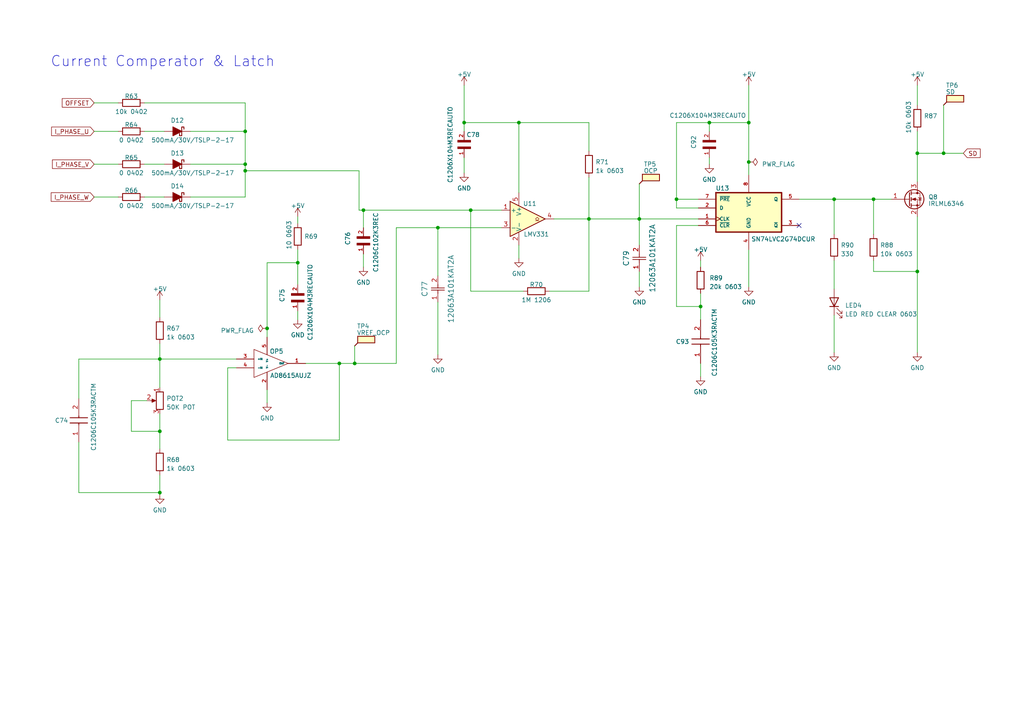
<source format=kicad_sch>
(kicad_sch (version 20231120) (generator "eeschema") (generator_version "8.0")
  (paper "A4")
  (lib_symbols
    (symbol "AD8615:AD8615AUJZ" (pin_names (offset 1.016))
      (property "Reference" "OP" (at 3.556 -12.954 0))
      (property "Value" "AD8615AUJZ" (at 8.128 -21.59 0))
      (symbol "AD8615AUJZ_0_0"
        (pin output line (at 11.176 -17.78 180) (length 5.08) (name "OUT") (number "1"))
        (pin power_in line (at 0 -25.4 90) (length 5.08) (name "V-") (number "2"))
        (pin input line (at -8.89 -16.51 0) (length 5.08) (name "+IN") (number "3"))
        (pin input line (at -8.89 -19.05 0) (length 5.08) (name "-IN") (number "4"))
        (pin power_in line (at 0 -10.16 270) (length 5.08) (name "V+") (number "5"))
      )
      (symbol "AD8615AUJZ_0_1"
        (polyline (pts (xy -3.81 -13.716) (xy -3.81 -21.844) (xy 6.096 -17.78) (xy -3.81 -13.716)))
      )
    )
    (symbol "C1206C102K3REC:C1206C102K3REC" (pin_names (offset 1.016))
      (property "Reference" "C" (at 0 3.8109 0))
      (property "Value" "C1206C102K3REC" (at 0 -5.0885 0))
      (symbol "C1206C102K3REC_0_0"
        (rectangle (start 0 -1.9069) (end 0.635 1.905) (stroke (width 0.1)) (fill (type outline)))
        (rectangle (start 1.9069 -1.9069) (end 2.54 1.905) (stroke (width 0.1)) (fill (type outline)))
        (pin passive line (at -2.54 0 0) (length 2.54) (name "~") (number "1"))
        (pin passive line (at 5.08 0 180) (length 2.54) (name "~") (number "2"))
      )
    )
    (symbol "C1206C105K3RACTM:C1206C105K3RACTM" (pin_names hide)
      (property "Reference" "C" (at 8.89 6.35 0))
      (property "Value" "C1206C105K3RACTM" (at 8.89 3.81 0))
      (symbol "C1206C105K3RACTM_1_1"
        (polyline (pts (xy 5.08 0) (xy 5.588 0)) (stroke (width 0.254)))
        (polyline (pts (xy 5.588 2.54) (xy 5.588 -2.54)) (stroke (width 0.254)))
        (polyline (pts (xy 7.112 0) (xy 7.62 0)) (stroke (width 0.254)))
        (polyline (pts (xy 7.112 2.54) (xy 7.112 -2.54)) (stroke (width 0.254)))
        (pin passive line (at 0 0 0) (length 5.08) (name "1") (number "1"))
        (pin passive line (at 12.7 0 180) (length 5.08) (name "2") (number "2"))
      )
    )
    (symbol "C1206X104M3RECAUTO:C1206X104M3RECAUTO" (pin_names (offset 1.016))
      (property "Reference" "C" (at 0 3.8109 0))
      (property "Value" "C1206X104M3RECAUTO" (at 0 -5.0885 0))
      (symbol "C1206X104M3RECAUTO_0_0"
        (rectangle (start 0 -1.9069) (end 0.635 1.905) (stroke (width 0.1)) (fill (type outline)))
        (rectangle (start 1.9069 -1.9069) (end 2.54 1.905) (stroke (width 0.1)) (fill (type outline)))
        (pin passive line (at -2.54 0 0) (length 2.54) (name "~") (number "1"))
        (pin passive line (at 5.08 0 180) (length 2.54) (name "~") (number "2"))
      )
    )
    (symbol "C8:12063A101KAT2A" (pin_names (offset 0.254))
      (property "Reference" "C" (at 3.81 3.81 0))
      (property "Value" "12063A101KAT2A" (at 3.81 -3.81 0))
      (symbol "12063A101KAT2A_1_1"
        (polyline (pts (xy 2.54 0) (xy 3.4798 0)) (stroke (width 0.2032)))
        (polyline (pts (xy 3.4798 -1.905) (xy 3.4798 1.905)) (stroke (width 0.2032)))
        (polyline (pts (xy 4.1148 -1.905) (xy 4.1148 1.905)) (stroke (width 0.2032)))
        (polyline (pts (xy 4.1148 0) (xy 5.08 0)) (stroke (width 0.2032)))
        (pin unspecified line (at 0 0 0) (length 2.54) (name "") (number "1"))
        (pin unspecified line (at 7.62 0 180) (length 2.54) (name "") (number "2"))
      )
      (symbol "12063A101KAT2A_1_2"
        (polyline (pts (xy -1.905 -4.1148) (xy 1.905 -4.1148)) (stroke (width 0.2032)))
        (polyline (pts (xy -1.905 -3.4798) (xy 1.905 -3.4798)) (stroke (width 0.2032)))
        (polyline (pts (xy 0 -4.1148) (xy 0 -5.08)) (stroke (width 0.2032)))
        (polyline (pts (xy 0 -2.54) (xy 0 -3.4798)) (stroke (width 0.2032)))
        (pin unspecified line (at 0 0 270) (length 2.54) (name "") (number "1"))
        (pin unspecified line (at 0 -7.62 90) (length 2.54) (name "") (number "2"))
      )
    )
    (symbol "Comparator:LMV331" (pin_names (offset 0.127))
      (property "Reference" "U" (at 1.27 5.08 0))
      (property "Value" "LMV331" (at 3.81 -5.08 0))
      (symbol "LMV331_0_1"
        (polyline (pts (xy -5.08 5.08) (xy 5.08 0) (xy -5.08 -5.08) (xy -5.08 5.08)) (stroke (width 0.254)) (fill (type background)))
        (polyline (pts (xy 3.302 -0.508) (xy 2.794 -0.508) (xy 3.302 0) (xy 2.794 0.508) (xy 2.286 0) (xy 2.794 -0.508) (xy 2.286 -0.508)) (stroke (width 0.127)))
      )
      (symbol "LMV331_1_1"
        (pin input line (at -7.62 2.54 0) (length 2.54) (name "+") (number "1"))
        (pin power_in line (at -2.54 -7.62 90) (length 3.81) (name "V-") (number "2"))
        (pin input line (at -7.62 -2.54 0) (length 2.54) (name "-") (number "3"))
        (pin open_collector line (at 7.62 0 180) (length 2.54) (name "~") (number "4"))
        (pin power_in line (at -2.54 7.62 270) (length 3.81) (name "V+") (number "5"))
      )
    )
    (symbol "Connector:TestPoint_Flag" (pin_numbers hide) (pin_names (offset 0.762) hide)
      (property "Reference" "TP" (at 3.429 1.778 0))
      (property "Value" "TestPoint_Flag" (at 3.302 4.191 0))
      (symbol "TestPoint_Flag_0_1"
        (polyline (pts (xy 0 0) (xy 0.889 0.889)) (stroke (width 0.254)))
        (rectangle (start 0.889 2.794) (end 5.842 0.889) (stroke (width 0.254)) (fill (type background)))
      )
      (symbol "TestPoint_Flag_1_1"
        (pin passive line (at 0 0 90) (length 0) (name "1") (number "1"))
      )
    )
    (symbol "Device:D_Schottky_Filled" (pin_numbers hide) (pin_names (offset 1.016) hide)
      (property "Reference" "D" (at 0 2.54 0))
      (property "Value" "D_Schottky_Filled" (at 0 -2.54 0))
      (symbol "D_Schottky_Filled_0_1"
        (polyline (pts (xy 1.27 0) (xy -1.27 0)))
        (polyline (pts (xy 1.27 1.27) (xy 1.27 -1.27) (xy -1.27 0) (xy 1.27 1.27)) (stroke (width 0.254)) (fill (type outline)))
        (polyline (pts (xy -1.905 0.635) (xy -1.905 1.27) (xy -1.27 1.27) (xy -1.27 -1.27) (xy -0.635 -1.27) (xy -0.635 -0.635)) (stroke (width 0.254)))
      )
      (symbol "D_Schottky_Filled_1_1"
        (pin passive line (at -3.81 0 0) (length 2.54) (name "K") (number "1"))
        (pin passive line (at 3.81 0 180) (length 2.54) (name "A") (number "2"))
      )
    )
    (symbol "Device:LED" (pin_numbers hide) (pin_names (offset 1.016) hide)
      (property "Reference" "D" (at 0 2.54 0))
      (property "Value" "LED" (at 0 -2.54 0))
      (symbol "LED_0_1"
        (polyline (pts (xy -1.27 -1.27) (xy -1.27 1.27)) (stroke (width 0.254)))
        (polyline (pts (xy -1.27 0) (xy 1.27 0)))
        (polyline (pts (xy 1.27 -1.27) (xy 1.27 1.27) (xy -1.27 0) (xy 1.27 -1.27)) (stroke (width 0.254)))
        (polyline (pts (xy -3.048 -0.762) (xy -4.572 -2.286) (xy -3.81 -2.286) (xy -4.572 -2.286) (xy -4.572 -1.524)))
        (polyline (pts (xy -1.778 -0.762) (xy -3.302 -2.286) (xy -2.54 -2.286) (xy -3.302 -2.286) (xy -3.302 -1.524)))
      )
      (symbol "LED_1_1"
        (pin passive line (at -3.81 0 0) (length 2.54) (name "K") (number "1"))
        (pin passive line (at 3.81 0 180) (length 2.54) (name "A") (number "2"))
      )
    )
    (symbol "Device:R" (pin_numbers hide) (pin_names (offset 0))
      (property "Reference" "R" (at 2.032 0 90))
      (property "Value" "R" (at 0 0 90))
      (symbol "R_0_1"
        (rectangle (start -1.016 -2.54) (end 1.016 2.54) (stroke (width 0.254)))
      )
      (symbol "R_1_1"
        (pin passive line (at 0 3.81 270) (length 1.27) (name "~") (number "1"))
        (pin passive line (at 0 -3.81 90) (length 1.27) (name "~") (number "2"))
      )
    )
    (symbol "Device:R_Potentiometer" (pin_names (offset 1.016) hide)
      (property "Reference" "RV" (at -4.445 0 90))
      (property "Value" "R_Potentiometer" (at -2.54 0 90))
      (symbol "R_Potentiometer_0_1"
        (polyline (pts (xy 2.54 0) (xy 1.524 0)))
        (polyline (pts (xy 1.143 0) (xy 2.286 0.508) (xy 2.286 -0.508) (xy 1.143 0)) (fill (type outline)))
        (rectangle (start 1.016 2.54) (end -1.016 -2.54) (stroke (width 0.254)))
      )
      (symbol "R_Potentiometer_1_1"
        (pin passive line (at 0 3.81 270) (length 1.27) (name "1") (number "1"))
        (pin passive line (at 3.81 0 180) (length 1.27) (name "2") (number "2"))
        (pin passive line (at 0 -3.81 90) (length 1.27) (name "3") (number "3"))
      )
    )
    (symbol "SN74LVC2G74DCUR:SN74LVC2G74DCUR" (pin_names (offset 1.016))
      (property "Reference" "U?" (at -8.255 6.985 0))
      (property "Value" "SN74LVC2G74DCUR" (at 10.033 -7.747 0))
      (symbol "SN74LVC2G74DCUR_0_0"
        (rectangle (start -9.525 5.715) (end 9.525 -5.715) (stroke (width 0.41)) (fill (type background)))
        (pin input clock (at -14.605 -1.905 0) (length 5.08) (name "CLK") (number "1"))
        (pin input line (at -14.605 1.27 0) (length 5.08) (name "D") (number "2"))
        (pin output line (at 14.605 -3.81 180) (length 5.08) (name "~{Q}") (number "3"))
        (pin power_in line (at 0 -10.795 90) (length 5.08) (name "GND") (number "4"))
        (pin output line (at 14.605 3.81 180) (length 5.08) (name "Q") (number "5"))
        (pin input line (at -14.605 -3.81 0) (length 5.08) (name "~{CLR}") (number "6"))
        (pin input line (at -14.605 3.81 0) (length 5.08) (name "~{PRE}") (number "7"))
        (pin power_in line (at 0 10.795 270) (length 5.08) (name "VCC") (number "8"))
      )
    )
    (symbol "Transistor_FET:IRLML0030" (pin_names hide)
      (property "Reference" "Q" (at 5.08 1.905 0))
      (property "Value" "IRLML0030" (at 5.08 0 0))
      (symbol "IRLML0030_0_1"
        (polyline (pts (xy 0.254 0) (xy -2.54 0)))
        (polyline (pts (xy 0.254 1.905) (xy 0.254 -1.905)) (stroke (width 0.254)))
        (polyline (pts (xy 0.762 -1.27) (xy 0.762 -2.286)) (stroke (width 0.254)))
        (polyline (pts (xy 0.762 0.508) (xy 0.762 -0.508)) (stroke (width 0.254)))
        (polyline (pts (xy 0.762 2.286) (xy 0.762 1.27)) (stroke (width 0.254)))
        (polyline (pts (xy 2.54 2.54) (xy 2.54 1.778)))
        (polyline (pts (xy 2.54 -2.54) (xy 2.54 0) (xy 0.762 0)))
        (polyline (pts (xy 0.762 -1.778) (xy 3.302 -1.778) (xy 3.302 1.778) (xy 0.762 1.778)))
        (polyline (pts (xy 1.016 0) (xy 2.032 0.381) (xy 2.032 -0.381) (xy 1.016 0)) (fill (type outline)))
        (polyline (pts (xy 2.794 0.508) (xy 2.921 0.381) (xy 3.683 0.381) (xy 3.81 0.254)))
        (polyline (pts (xy 3.302 0.381) (xy 2.921 -0.254) (xy 3.683 -0.254) (xy 3.302 0.381)))
        (circle (center 1.651 0) (radius 2.794) (stroke (width 0.254)))
        (circle (center 2.54 -1.778) (radius 0.254) (fill (type outline)))
        (circle (center 2.54 1.778) (radius 0.254) (fill (type outline)))
      )
      (symbol "IRLML0030_1_1"
        (pin input line (at -5.08 0 0) (length 2.54) (name "G") (number "1"))
        (pin passive line (at 2.54 -5.08 90) (length 2.54) (name "S") (number "2"))
        (pin passive line (at 2.54 5.08 270) (length 2.54) (name "D") (number "3"))
      )
    )
    (symbol "power:+5V" (power) (pin_names (offset 0))
      (property "Value" "+5V" (at 0 3.556 0))
      (symbol "+5V_0_1"
        (polyline (pts (xy -0.762 1.27) (xy 0 2.54)))
        (polyline (pts (xy 0 0) (xy 0 2.54)))
        (polyline (pts (xy 0 2.54) (xy 0.762 1.27)))
      )
      (symbol "+5V_1_1"
        (pin power_in line (at 0 0 90) (length 0) hide (name "+5V") (number "1"))
      )
    )
    (symbol "power:GND" (power) (pin_names (offset 0))
      (property "Value" "GND" (at 0 -3.81 0))
      (symbol "GND_0_1"
        (polyline (pts (xy 0 0) (xy 0 -1.27) (xy 1.27 -1.27) (xy 0 -2.54) (xy -1.27 -1.27) (xy 0 -1.27)))
      )
      (symbol "GND_1_1"
        (pin power_in line (at 0 0 270) (length 0) hide (name "GND") (number "1"))
      )
    )
    (symbol "power:PWR_FLAG" (power) (pin_numbers hide) (pin_names (offset 0) hide)
      (property "Value" "PWR_FLAG" (at 0 3.81 0))
      (symbol "PWR_FLAG_0_0"
        (pin power_out line (at 0 0 90) (length 0) (name "pwr") (number "1"))
      )
      (symbol "PWR_FLAG_0_1"
        (polyline (pts (xy 0 0) (xy 0 1.27) (xy -1.016 1.905) (xy 0 2.54) (xy 1.016 1.905) (xy 0 1.27)))
      )
    )
  )
  (junction (at 136.525 60.96))
  (junction (at 241.935 57.785))
  (junction (at 46.355 142.875))
  (junction (at 150.495 35.56))
  (junction (at 273.685 44.45))
  (junction (at 203.2 88.9))
  (junction (at 196.215 57.785))
  (junction (at 71.12 47.625))
  (junction (at 266.065 44.45))
  (junction (at 266.065 78.74))
  (junction (at 46.355 104.14))
  (junction (at 217.17 46.99))
  (junction (at 217.17 35.56))
  (junction (at 71.12 49.53))
  (junction (at 127 66.04))
  (junction (at 253.365 57.785))
  (junction (at 98.425 105.41))
  (junction (at 86.36 76.2))
  (junction (at 134.62 35.56))
  (junction (at 185.42 63.5))
  (junction (at 205.74 35.56))
  (junction (at 102.87 105.41))
  (junction (at 77.47 95.25))
  (junction (at 170.815 63.5))
  (junction (at 71.12 38.1))
  (junction (at 46.355 125.095))
  (junction (at 105.41 60.96))
  (no_connect (at 231.775 65.405))
  (wire (pts (xy 77.47 97.79) (xy 77.47 95.25)))
  (wire (pts (xy 273.685 44.45) (xy 279.4 44.45)))
  (wire (pts (xy 102.87 100.33) (xy 102.87 105.41)))
  (wire (pts (xy 241.935 57.785) (xy 231.775 57.785)))
  (wire (pts (xy 71.12 49.53) (xy 71.12 57.15)))
  (wire (pts (xy 27.305 38.1) (xy 34.29 38.1)))
  (wire (pts (xy 46.355 137.795) (xy 46.355 142.875)))
  (wire (pts (xy 104.14 60.96) (xy 105.41 60.96)))
  (wire (pts (xy 217.17 35.56) (xy 217.17 46.99)))
  (wire (pts (xy 104.14 49.53) (xy 104.14 60.96)))
  (wire (pts (xy 202.565 60.325) (xy 196.215 60.325)))
  (wire (pts (xy 38.1 125.095) (xy 46.355 125.095)))
  (wire (pts (xy 127 80.01) (xy 127 66.04)))
  (wire (pts (xy 241.935 67.945) (xy 241.935 57.785)))
  (wire (pts (xy 127 87.63) (xy 127 102.87)))
  (wire (pts (xy 150.495 71.12) (xy 150.495 74.93)))
  (wire (pts (xy 241.935 75.565) (xy 241.935 83.82)))
  (wire (pts (xy 88.646 105.41) (xy 98.425 105.41)))
  (wire (pts (xy 185.42 78.74) (xy 185.42 83.185)))
  (wire (pts (xy 71.12 38.1) (xy 71.12 29.845)))
  (wire (pts (xy 86.36 90.17) (xy 86.36 92.71)))
  (wire (pts (xy 77.47 113.03) (xy 77.47 116.84)))
  (wire (pts (xy 46.355 86.995) (xy 46.355 92.075)))
  (wire (pts (xy 205.74 45.72) (xy 205.74 47.625)))
  (wire (pts (xy 253.365 67.945) (xy 253.365 57.785)))
  (wire (pts (xy 196.215 57.785) (xy 202.565 57.785)))
  (wire (pts (xy 134.62 35.56) (xy 134.62 38.1)))
  (wire (pts (xy 136.525 84.455) (xy 136.525 60.96)))
  (wire (pts (xy 46.355 112.395) (xy 46.355 104.14)))
  (wire (pts (xy 185.42 63.5) (xy 185.42 71.12)))
  (wire (pts (xy 266.065 62.865) (xy 266.065 78.74)))
  (wire (pts (xy 105.41 73.66) (xy 105.41 77.47)))
  (wire (pts (xy 205.74 35.56) (xy 217.17 35.56)))
  (wire (pts (xy 98.425 105.41) (xy 102.87 105.41)))
  (wire (pts (xy 86.36 72.39) (xy 86.36 76.2)))
  (wire (pts (xy 71.12 47.625) (xy 71.12 49.53)))
  (wire (pts (xy 266.065 78.74) (xy 266.065 102.235)))
  (wire (pts (xy 134.62 24.765) (xy 134.62 35.56)))
  (wire (pts (xy 196.215 35.56) (xy 205.74 35.56)))
  (wire (pts (xy 217.17 72.39) (xy 217.17 83.185)))
  (wire (pts (xy 27.305 47.625) (xy 34.29 47.625)))
  (wire (pts (xy 71.12 47.625) (xy 71.12 38.1)))
  (wire (pts (xy 55.245 38.1) (xy 71.12 38.1)))
  (wire (pts (xy 77.47 95.25) (xy 77.47 76.2)))
  (wire (pts (xy 205.74 38.1) (xy 205.74 35.56)))
  (wire (pts (xy 46.355 104.14) (xy 22.86 104.14)))
  (wire (pts (xy 46.355 104.14) (xy 68.58 104.14)))
  (wire (pts (xy 42.545 116.205) (xy 38.1 116.205)))
  (wire (pts (xy 266.065 38.1) (xy 266.065 44.45)))
  (wire (pts (xy 114.935 66.04) (xy 127 66.04)))
  (wire (pts (xy 86.36 62.865) (xy 86.36 64.77)))
  (wire (pts (xy 196.215 65.405) (xy 196.215 88.9)))
  (wire (pts (xy 151.765 84.455) (xy 136.525 84.455)))
  (wire (pts (xy 41.91 47.625) (xy 47.625 47.625)))
  (wire (pts (xy 38.1 116.205) (xy 38.1 125.095)))
  (wire (pts (xy 185.42 53.34) (xy 185.42 63.5)))
  (wire (pts (xy 46.355 99.695) (xy 46.355 104.14)))
  (wire (pts (xy 55.245 57.15) (xy 71.12 57.15)))
  (wire (pts (xy 68.58 106.68) (xy 66.04 106.68)))
  (wire (pts (xy 150.495 35.56) (xy 170.815 35.56)))
  (wire (pts (xy 196.215 88.9) (xy 203.2 88.9)))
  (wire (pts (xy 66.04 106.68) (xy 66.04 127.635)))
  (wire (pts (xy 41.91 38.1) (xy 47.625 38.1)))
  (wire (pts (xy 114.935 66.04) (xy 114.935 105.41)))
  (wire (pts (xy 203.2 85.09) (xy 203.2 88.9)))
  (wire (pts (xy 170.815 63.5) (xy 160.655 63.5)))
  (wire (pts (xy 217.17 24.765) (xy 217.17 35.56)))
  (wire (pts (xy 41.91 29.845) (xy 71.12 29.845)))
  (wire (pts (xy 202.565 65.405) (xy 196.215 65.405)))
  (wire (pts (xy 134.62 45.72) (xy 134.62 50.165)))
  (wire (pts (xy 170.815 43.815) (xy 170.815 35.56)))
  (wire (pts (xy 253.365 57.785) (xy 258.445 57.785)))
  (wire (pts (xy 98.425 105.41) (xy 98.425 127.635)))
  (wire (pts (xy 150.495 35.56) (xy 134.62 35.56)))
  (wire (pts (xy 105.41 60.96) (xy 136.525 60.96)))
  (wire (pts (xy 196.215 57.785) (xy 196.215 35.56)))
  (wire (pts (xy 86.36 76.2) (xy 86.36 82.55)))
  (wire (pts (xy 170.815 63.5) (xy 185.42 63.5)))
  (wire (pts (xy 159.385 84.455) (xy 170.815 84.455)))
  (wire (pts (xy 203.2 75.565) (xy 203.2 77.47)))
  (wire (pts (xy 253.365 57.785) (xy 241.935 57.785)))
  (wire (pts (xy 253.365 75.565) (xy 253.365 78.74)))
  (wire (pts (xy 102.87 105.41) (xy 114.935 105.41)))
  (wire (pts (xy 170.815 51.435) (xy 170.815 63.5)))
  (wire (pts (xy 185.42 63.5) (xy 202.565 63.5)))
  (wire (pts (xy 273.685 30.48) (xy 273.685 44.45)))
  (wire (pts (xy 22.86 142.875) (xy 46.355 142.875)))
  (wire (pts (xy 55.245 47.625) (xy 71.12 47.625)))
  (wire (pts (xy 46.355 120.015) (xy 46.355 125.095)))
  (wire (pts (xy 27.305 57.15) (xy 34.29 57.15)))
  (wire (pts (xy 196.215 60.325) (xy 196.215 57.785)))
  (wire (pts (xy 22.86 128.27) (xy 22.86 142.875)))
  (wire (pts (xy 66.04 127.635) (xy 98.425 127.635)))
  (wire (pts (xy 46.355 125.095) (xy 46.355 130.175)))
  (wire (pts (xy 46.355 142.875) (xy 46.355 143.51)))
  (wire (pts (xy 27.305 29.845) (xy 34.29 29.845)))
  (wire (pts (xy 71.12 49.53) (xy 104.14 49.53)))
  (wire (pts (xy 22.86 104.14) (xy 22.86 115.57)))
  (wire (pts (xy 136.525 60.96) (xy 145.415 60.96)))
  (wire (pts (xy 150.495 55.88) (xy 150.495 35.56)))
  (wire (pts (xy 77.47 76.2) (xy 86.36 76.2)))
  (wire (pts (xy 203.2 88.9) (xy 203.2 92.71)))
  (wire (pts (xy 127 66.04) (xy 145.415 66.04)))
  (wire (pts (xy 253.365 78.74) (xy 266.065 78.74)))
  (wire (pts (xy 203.2 105.41) (xy 203.2 109.22)))
  (wire (pts (xy 41.91 57.15) (xy 47.625 57.15)))
  (wire (pts (xy 241.935 91.44) (xy 241.935 102.235)))
  (wire (pts (xy 266.065 44.45) (xy 266.065 52.705)))
  (wire (pts (xy 217.17 46.99) (xy 217.17 50.8)))
  (wire (pts (xy 266.065 44.45) (xy 273.685 44.45)))
  (wire (pts (xy 266.065 24.765) (xy 266.065 30.48)))
  (wire (pts (xy 170.815 84.455) (xy 170.815 63.5)))
  (wire (pts (xy 105.41 66.04) (xy 105.41 60.96)))
  (text "Current Comperator & Latch" (at 14.605 19.685 0) (effects (font (size 3 3)) (justify left bottom)))
  (global_label "I_PHASE_W" (shape input) (at 27.305 57.15 180) (property "Intersheetrefs" "${INTERSHEET_REFS}" (effects (hide yes))))
  (global_label "I_PHASE_U" (shape input) (at 27.305 38.1 180) (property "Intersheetrefs" "${INTERSHEET_REFS}" (effects (hide yes))))
  (global_label "SD" (shape input) (at 279.4 44.45 0) (property "Intersheetrefs" "${INTERSHEET_REFS}" (effects (hide yes))))
  (global_label "I_PHASE_V" (shape input) (at 27.305 47.625 180) (property "Intersheetrefs" "${INTERSHEET_REFS}" (effects (hide yes))))
  (global_label "OFFSET" (shape input) (at 27.305 29.845 180) (property "Intersheetrefs" "${INTERSHEET_REFS}" (effects (hide yes))))
  (symbol (lib_id "power:+5V") (at 217.17 24.765 0) (unit 1)
    (property "Reference" "#PWR065" (effects (hide yes)))
    (property "Value" "+5V" (at 217.17 21.59 0))
  )
  (symbol (lib_id "AD8615:AD8615AUJZ") (at 77.47 87.63 0) (unit 1)
    (property "Reference" "OP5" (at 80.2132 101.9048 0))
    (property "Value" "AD8615AUJZ" (at 84.328 108.9152 0))
    (property "Footprint" "infineon-library-footprints:AD8615" (effects (hide yes)))
    (property "Description" "\nPrecision 20 MHz CMOS Single RRIO Operational Amplifier\n" (effects (hide yes)))
    (property "MF" "Analog Devices" (effects (hide yes)))
    (property "PACKAGE" "SOT-23-5" (effects (hide yes)))
    (property "MPN" "AD8615AUJZ" (effects (hide yes)))
    (property "Price" "None" (effects (hide yes)))
    (property "Package" "TSOT-5 Analog Devices" (effects (hide yes)))
    (property "OC_FARNELL" "9079408" (effects (hide yes)))
    (property "SnapEDA_Link" "https://www.snapeda.com/parts/AD8615AUJZ-REEL7/Analog+Devices/view-part/?ref=snap" (effects (hide yes)))
    (property "MP" "AD8615AUJZ-REEL7" (effects (hide yes)))
    (property "Purchase-URL" "https://www.snapeda.com/api/url_track_click_mouser/?unipart_id=45535&manufacturer=Analog Devices&part_name=AD8615AUJZ-REEL7&search_term=ad8615" (effects (hide yes)))
    (property "SUPPLIER" "Analog Devices" (effects (hide yes)))
    (property "OC_NEWARK" "31M4569" (effects (hide yes)))
    (property "Availability" "In Stock" (effects (hide yes)))
    (property "Check_prices" "https://www.snapeda.com/parts/AD8615AUJZ-REEL7/Analog+Devices/view-part/?ref=eda" (effects (hide yes)))
  )
  (symbol (lib_id "power:+5V") (at 134.62 24.765 0) (unit 1)
    (property "Reference" "#PWR051" (effects (hide yes)))
    (property "Value" "+5V" (at 134.62 21.59 0))
  )
  (symbol (lib_id "C1206X104M3RECAUTO:C1206X104M3RECAUTO") (at 86.36 87.63 90) (unit 1)
    (property "Reference" "C75" (at 82.5491 87.63 0) (effects (justify left bottom)))
    (property "Value" "C1206X104M3RECAUTO" (at 90.678 98.806 0) (effects (justify left bottom)))
    (property "Footprint" "Capacitor-Footprints-1206:CAPC3316X140N" (effects (hide yes)))
  )
  (symbol (lib_id "power:GND") (at 77.47 116.84 0) (unit 1)
    (property "Reference" "#PWR058" (effects (hide yes)))
    (property "Value" "GND" (at 77.47 121.285 0))
  )
  (symbol (lib_id "Device:R") (at 46.355 95.885 0) (unit 1)
    (property "Reference" "R67" (at 48.26 95.25 0) (effects (justify left)))
    (property "Value" "1k 0603" (at 48.26 97.79 0) (effects (justify left)))
    (property "Footprint" "Resistor-Footprint:R67" (effects (hide yes)))
  )
  (symbol (lib_id "power:GND") (at 185.42 83.185 0) (unit 1)
    (property "Reference" "#PWR061" (effects (hide yes)))
    (property "Value" "GND" (at 185.42 87.63 0))
  )
  (symbol (lib_id "Device:D_Schottky_Filled") (at 51.435 57.15 0) (mirror y) (unit 1)
    (property "Reference" "D14" (at 51.435 53.975 0))
    (property "Value" "500mA/30V/TSLP-2-17" (at 55.88 59.69 0))
    (property "Footprint" "Misc-Footprints-1206:D12" (effects (hide yes)))
  )
  (symbol (lib_id "C1206X104M3RECAUTO:C1206X104M3RECAUTO") (at 134.62 43.18 90) (unit 1)
    (property "Reference" "C78" (at 139.192 38.354 90) (effects (justify left bottom)))
    (property "Value" "C1206X104M3RECAUTO" (at 131.318 53.086 0) (effects (justify left bottom)))
    (property "Footprint" "Capacitor-Footprints-1206:CAPC3316X140N" (effects (hide yes)))
  )
  (symbol (lib_id "power:+5V") (at 46.355 86.995 0) (unit 1)
    (property "Reference" "#PWR059" (effects (hide yes)))
    (property "Value" "+5V" (at 46.355 83.82 0))
  )
  (symbol (lib_id "power:GND") (at 134.62 50.165 0) (unit 1)
    (property "Reference" "#PWR052" (effects (hide yes)))
    (property "Value" "GND" (at 134.62 54.61 0))
  )
  (symbol (lib_id "Connector:TestPoint_Flag") (at 185.42 53.34 0) (unit 1)
    (property "Reference" "TP5" (at 186.69 47.625 0) (effects (justify left)))
    (property "Value" "OCP" (at 186.69 49.53 0) (effects (justify left)))
  )
  (symbol (lib_id "power:+5V") (at 203.2 75.565 0) (unit 1)
    (property "Reference" "#PWR067" (effects (hide yes)))
    (property "Value" "+5V" (at 203.2 72.39 0))
  )
  (symbol (lib_id "power:GND") (at 241.935 102.235 0) (unit 1)
    (property "Reference" "#PWR063" (effects (hide yes)))
    (property "Value" "GND" (at 241.935 106.68 0))
  )
  (symbol (lib_id "SN74LVC2G74DCUR:SN74LVC2G74DCUR") (at 217.17 61.595 0) (unit 1)
    (property "Reference" "U13" (at 209.55 54.61 0))
    (property "Value" "SN74LVC2G74DCUR" (at 227.203 69.342 0))
    (property "Footprint" "infineon-library-footprints:SN74LVC2G74DCUR" (effects (hide yes)))
    (property "Description" "\nSingle Positive-Edge-Triggered D-Type Flip-Flop with Clear and Preset\n" (effects (hide yes)))
    (property "MF" "Texas Instruments" (effects (hide yes)))
    (property "Package" "VSSOP-8 Texas Instruments" (effects (hide yes)))
    (property "Price" "None" (effects (hide yes)))
    (property "SnapEDA_Link" "https://www.snapeda.com/parts/SN74LVC2G74DCUR/Texas+Instruments/view-part/?ref=snap" (effects (hide yes)))
    (property "MP" "SN74LVC2G74DCUR" (effects (hide yes)))
    (property "Purchase-URL" "https://www.snapeda.com/api/url_track_click_mouser/?unipart_id=395570&manufacturer=Texas Instruments&part_name=SN74LVC2G74DCUR&search_term=sn74lvc2g74dcur" (effects (hide yes)))
    (property "Availability" "In Stock" (effects (hide yes)))
    (property "Check_prices" "https://www.snapeda.com/parts/SN74LVC2G74DCUR/Texas+Instruments/view-part/?ref=eda" (effects (hide yes)))
  )
  (symbol (lib_id "Device:R") (at 38.1 57.15 90) (unit 1)
    (property "Reference" "R66" (at 38.1 55.245 90))
    (property "Value" "0 0402" (at 38.1 59.69 90))
    (property "Footprint" "Resistor-Footprint:R64" (effects (hide yes)))
  )
  (symbol (lib_id "Device:R") (at 38.1 29.845 90) (unit 1)
    (property "Reference" "R63" (at 38.1 27.94 90))
    (property "Value" "10k 0402" (at 38.1 32.385 90))
    (property "Footprint" "Resistor-Footprint:R63" (effects (hide yes)))
  )
  (symbol (lib_id "power:GND") (at 203.2 109.22 0) (unit 1)
    (property "Reference" "#PWR068" (effects (hide yes)))
    (property "Value" "GND" (at 203.2 113.665 0))
  )
  (symbol (lib_id "C8:12063A101KAT2A") (at 127 87.63 90) (unit 1)
    (property "Reference" "C77" (at 123.19 83.82 0) (effects (font (size 1.524 1.524))))
    (property "Value" "12063A101KAT2A" (at 130.81 83.82 0) (effects (font (size 1.524 1.524))))
    (property "Footprint" "Capacitor-Footprints-1206:CAP_1206J_AVX" (effects (hide yes)))
    (property "Datasheet" "12063A101KAT2A" (effects (hide yes)))
  )
  (symbol (lib_id "power:GND") (at 205.74 47.625 0) (unit 1)
    (property "Reference" "#PWR066" (effects (hide yes)))
    (property "Value" "GND" (at 205.74 52.07 0))
  )
  (symbol (lib_id "C1206C105K3RACTM:C1206C105K3RACTM") (at 22.86 128.27 90) (unit 1)
    (property "Reference" "C74" (at 19.812 122.682 90) (effects (justify left top)))
    (property "Value" "C1206C105K3RACTM" (at 26.416 130.81 0) (effects (justify left top)))
    (property "Footprint" "Capacitor-Footprints-1206:C72" (effects (hide yes)))
    (property "Datasheet" "https://content.kemet.com/datasheets/KEM_C1002_X7R_SMD.pdf" (effects (hide yes)))
    (property "Description" "SMD Comm X7R, Ceramic, 1 uF, 10%, 25 VDC, 62.5 VDC, 125C, -55C, X7R, SMD, MLCC, Temperature Stable, Class II, 3.5 % , 500 MOhms, 31 mg, 1206, 3.2mm, 1.6mm, 1.2mm, 0.5mm, 2500, 78  Weeks, 80" (effects (hide yes)))
    (property "Mouser Part Number" "80-C1206C105K3RACTM" (effects (hide yes)))
    (property "Mouser Price/Stock" "https://www.mouser.co.uk/ProductDetail/KEMET/C1206C105K3RACTM?qs=ED%252B2xvMfDz3XPPQCqty55A%3D%3D" (effects (hide yes)))
    (property "Manufacturer_Name" "KEMET" (effects (hide yes)))
    (property "Manufacturer_Part_Number" "C1206C105K3RACTM" (effects (hide yes)))
  )
  (symbol (lib_id "C8:12063A101KAT2A") (at 185.42 78.74 90) (unit 1)
    (property "Reference" "C79" (at 181.61 74.93 0) (effects (font (size 1.524 1.524))))
    (property "Value" "12063A101KAT2A" (at 189.23 74.93 0) (effects (font (size 1.524 1.524))))
    (property "Footprint" "Capacitor-Footprints-1206:CAP_1206J_AVX" (effects (hide yes)))
    (property "Datasheet" "12063A101KAT2A" (effects (hide yes)))
  )
  (symbol (lib_id "Device:D_Schottky_Filled") (at 51.435 47.625 0) (mirror y) (unit 1)
    (property "Reference" "D13" (at 51.435 44.45 0))
    (property "Value" "500mA/30V/TSLP-2-17" (at 55.88 50.165 0))
    (property "Footprint" "Misc-Footprints-1206:D12" (effects (hide yes)))
  )
  (symbol (lib_id "C1206C102K3REC:C1206C102K3REC") (at 105.41 71.12 90) (unit 1)
    (property "Reference" "C76" (at 101.5991 71.12 0) (effects (justify left bottom)))
    (property "Value" "C1206C102K3REC" (at 109.728 78.994 0) (effects (justify left bottom)))
    (property "Footprint" "Capacitor-Footprints-1206:C76" (effects (hide yes)))
  )
  (symbol (lib_id "Device:R") (at 241.935 71.755 0) (unit 1)
    (property "Reference" "R90" (at 243.84 71.12 0) (effects (justify left)))
    (property "Value" "330" (at 243.84 73.66 0) (effects (justify left)))
  )
  (symbol (lib_id "Comparator:LMV331") (at 153.035 63.5 0) (unit 1)
    (property "Reference" "U11" (at 153.67 59.055 0))
    (property "Value" "LMV331" (at 155.575 67.945 0))
    (property "Footprint" "infineon-library-footprints:LMV331M5" (effects (hide yes)))
    (property "Datasheet" "http://www.ti.com/lit/ds/symlink/lmv331.pdf" (effects (hide yes)))
  )
  (symbol (lib_id "power:GND") (at 105.41 77.47 0) (unit 1)
    (property "Reference" "#PWR055" (effects (hide yes)))
    (property "Value" "GND" (at 105.41 81.915 0))
  )
  (symbol (lib_id "Device:R") (at 203.2 81.28 0) (unit 1)
    (property "Reference" "R89" (at 205.74 80.645 0) (effects (justify left)))
    (property "Value" "20k 0603" (at 205.74 83.185 0) (effects (justify left)))
  )
  (symbol (lib_id "Device:R") (at 155.575 84.455 90) (unit 1)
    (property "Reference" "R70" (at 155.575 82.55 90))
    (property "Value" "1M 1206" (at 155.575 86.995 90))
    (property "Footprint" "Resistor-Footprint:R70" (effects (hide yes)))
  )
  (symbol (lib_id "power:GND") (at 217.17 83.185 0) (unit 1)
    (property "Reference" "#PWR062" (effects (hide yes)))
    (property "Value" "GND" (at 217.17 87.63 0))
  )
  (symbol (lib_id "power:GND") (at 150.495 74.93 0) (unit 1)
    (property "Reference" "#PWR053" (effects (hide yes)))
    (property "Value" "GND" (at 150.495 79.375 0))
  )
  (symbol (lib_id "power:GND") (at 266.065 102.235 0) (unit 1)
    (property "Reference" "#PWR064" (effects (hide yes)))
    (property "Value" "GND" (at 266.065 106.68 0))
  )
  (symbol (lib_id "Connector:TestPoint_Flag") (at 273.685 30.48 0) (unit 1)
    (property "Reference" "TP6" (at 274.32 24.765 0) (effects (justify left)))
    (property "Value" "SD" (at 274.32 26.67 0) (effects (justify left)))
  )
  (symbol (lib_id "Device:R") (at 253.365 71.755 0) (unit 1)
    (property "Reference" "R88" (at 255.27 71.12 0) (effects (justify left)))
    (property "Value" "10k 0603" (at 255.27 73.66 0) (effects (justify left)))
  )
  (symbol (lib_id "power:GND") (at 86.36 92.71 0) (unit 1)
    (property "Reference" "#PWR056" (effects (hide yes)))
    (property "Value" "GND" (at 86.36 97.155 0))
  )
  (symbol (lib_id "Device:R") (at 38.1 38.1 90) (unit 1)
    (property "Reference" "R64" (at 38.1 36.195 90))
    (property "Value" "0 0402" (at 38.1 40.64 90))
    (property "Footprint" "Resistor-Footprint:R64" (effects (hide yes)))
  )
  (symbol (lib_id "Device:R") (at 86.36 68.58 0) (unit 1)
    (property "Reference" "R69" (at 88.265 68.58 0) (effects (justify left)))
    (property "Value" "10 0603" (at 83.82 72.39 90) (effects (justify left)))
    (property "Footprint" "Resistor-Footprint:R12" (effects (hide yes)))
  )
  (symbol (lib_id "C1206X104M3RECAUTO:C1206X104M3RECAUTO") (at 205.74 43.18 90) (unit 1)
    (property "Reference" "C92" (at 201.9291 43.18 0) (effects (justify left bottom)))
    (property "Value" "C1206X104M3RECAUTO" (at 216.408 32.766 90) (effects (justify left bottom)))
    (property "Footprint" "Capacitor-Footprints-1206:CAPC3316X140N" (effects (hide yes)))
  )
  (symbol (lib_id "Transistor_FET:IRLML0030") (at 263.525 57.785 0) (unit 1)
    (property "Reference" "Q8" (at 269.24 57.15 0) (effects (justify left)))
    (property "Value" "IRLML6346" (at 269.24 59.055 0) (effects (justify left)))
    (property "Footprint" "just-footprints:Q8 (1)" (effects (hide yes)))
    (property "Datasheet" "https://www.infineon.com/dgdl/irlml0030pbf.pdf?fileId=5546d462533600a401535664773825df" (effects (hide yes)))
  )
  (symbol (lib_id "power:+5V") (at 266.065 24.765 0) (unit 1)
    (property "Reference" "#PWR069" (effects (hide yes)))
    (property "Value" "+5V" (at 266.065 21.59 0))
  )
  (symbol (lib_id "Device:R") (at 170.815 47.625 0) (unit 1)
    (property "Reference" "R71" (at 172.72 46.99 0) (effects (justify left)))
    (property "Value" "1k 0603" (at 172.72 49.53 0) (effects (justify left)))
    (property "Footprint" "Resistor-Footprint:R71" (effects (hide yes)))
  )
  (symbol (lib_id "power:+5V") (at 86.36 62.865 0) (unit 1)
    (property "Reference" "#PWR057" (effects (hide yes)))
    (property "Value" "+5V" (at 86.36 59.69 0))
  )
  (symbol (lib_id "Device:R") (at 46.355 133.985 0) (unit 1)
    (property "Reference" "R68" (at 48.26 133.35 0) (effects (justify left)))
    (property "Value" "1k 0603" (at 48.26 135.89 0) (effects (justify left)))
    (property "Footprint" "Resistor-Footprint:R68" (effects (hide yes)))
  )
  (symbol (lib_id "Device:LED") (at 241.935 87.63 90) (unit 1)
    (property "Reference" "LED4" (at 245.11 88.5825 90) (effects (justify right)))
    (property "Value" "LED RED CLEAR 0603" (at 245.11 91.1225 90) (effects (justify right)))
    (property "Footprint" "just-footprints:LED4" (effects (hide yes)))
  )
  (symbol (lib_id "power:PWR_FLAG") (at 217.17 46.99 270) (unit 1)
    (property "Reference" "#FLG06" (effects (hide yes)))
    (property "Value" "PWR_FLAG" (at 220.98 47.625 90) (effects (justify left)))
  )
  (symbol (lib_id "Device:R_Potentiometer") (at 46.355 116.205 0) (mirror y) (unit 1)
    (property "Reference" "POT2" (at 48.26 115.57 0) (effects (justify right)))
    (property "Value" "50K POT" (at 48.26 118.11 0) (effects (justify right)))
    (property "Footprint" "just-footprints:POT2" (effects (hide yes)))
  )
  (symbol (lib_id "Connector:TestPoint_Flag") (at 102.87 100.33 0) (unit 1)
    (property "Reference" "TP4" (at 103.505 94.615 0) (effects (justify left)))
    (property "Value" "VREF_OCP" (at 103.505 96.52 0) (effects (justify left)))
  )
  (symbol (lib_id "Device:R") (at 266.065 34.29 0) (unit 1)
    (property "Reference" "R87" (at 267.97 33.655 0) (effects (justify left)))
    (property "Value" "10k 0603" (at 263.525 38.735 90) (effects (justify left)))
    (property "Footprint" "Resistor-Footprint:R43" (effects (hide yes)))
  )
  (symbol (lib_id "power:GND") (at 46.355 143.51 0) (unit 1)
    (property "Reference" "#PWR060" (effects (hide yes)))
    (property "Value" "GND" (at 46.355 147.955 0))
  )
  (symbol (lib_id "C1206C105K3RACTM:C1206C105K3RACTM") (at 203.2 105.41 90) (unit 1)
    (property "Reference" "C93" (at 199.898 99.822 90) (effects (justify left top)))
    (property "Value" "C1206C105K3RACTM" (at 206.502 109.22 0) (effects (justify left top)))
    (property "Footprint" "Capacitor-Footprints-1206:C72" (effects (hide yes)))
    (property "Datasheet" "https://content.kemet.com/datasheets/KEM_C1002_X7R_SMD.pdf" (effects (hide yes)))
    (property "Description" "SMD Comm X7R, Ceramic, 1 uF, 10%, 25 VDC, 62.5 VDC, 125C, -55C, X7R, SMD, MLCC, Temperature Stable, Class II, 3.5 % , 500 MOhms, 31 mg, 1206, 3.2mm, 1.6mm, 1.2mm, 0.5mm, 2500, 78  Weeks, 80" (effects (hide yes)))
    (property "Mouser Part Number" "80-C1206C105K3RACTM" (effects (hide yes)))
    (property "Mouser Price/Stock" "https://www.mouser.co.uk/ProductDetail/KEMET/C1206C105K3RACTM?qs=ED%252B2xvMfDz3XPPQCqty55A%3D%3D" (effects (hide yes)))
    (property "Manufacturer_Name" "KEMET" (effects (hide yes)))
    (property "Manufacturer_Part_Number" "C1206C105K3RACTM" (effects (hide yes)))
  )
  (symbol (lib_id "Device:D_Schottky_Filled") (at 51.435 38.1 0) (mirror y) (unit 1)
    (property "Reference" "D12" (at 51.435 34.925 0))
    (property "Value" "500mA/30V/TSLP-2-17" (at 55.88 40.64 0))
    (property "Footprint" "Misc-Footprints-1206:D12" (effects (hide yes)))
  )
  (symbol (lib_id "power:GND") (at 127 102.87 0) (unit 1)
    (property "Reference" "#PWR054" (effects (hide yes)))
    (property "Value" "GND" (at 127 107.315 0))
  )
  (symbol (lib_id "power:PWR_FLAG") (at 77.47 95.25 90) (unit 1)
    (property "Reference" "#FLG05" (effects (hide yes)))
    (property "Value" "PWR_FLAG" (at 73.66 95.885 90) (effects (justify left)))
  )
  (symbol (lib_id "Device:R") (at 38.1 47.625 90) (unit 1)
    (property "Reference" "R65" (at 38.1 45.72 90))
    (property "Value" "0 0402" (at 38.1 50.165 90))
    (property "Footprint" "Resistor-Footprint:R64" (effects (hide yes)))
  )
)
</source>
